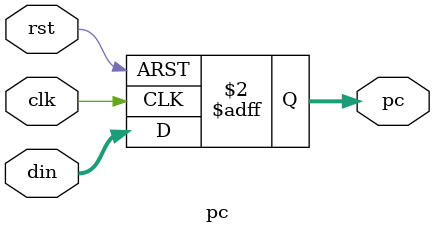
<source format=v>
`include "defines.vh"
module pc(
  input wire rst,
  input wire clk,
  input wire[31:0] din,
  output reg[31:0] pc
);

always @(posedge clk or posedge rst) begin
  if(rst) pc <= 0;
  else pc <= din;
end

endmodule
</source>
